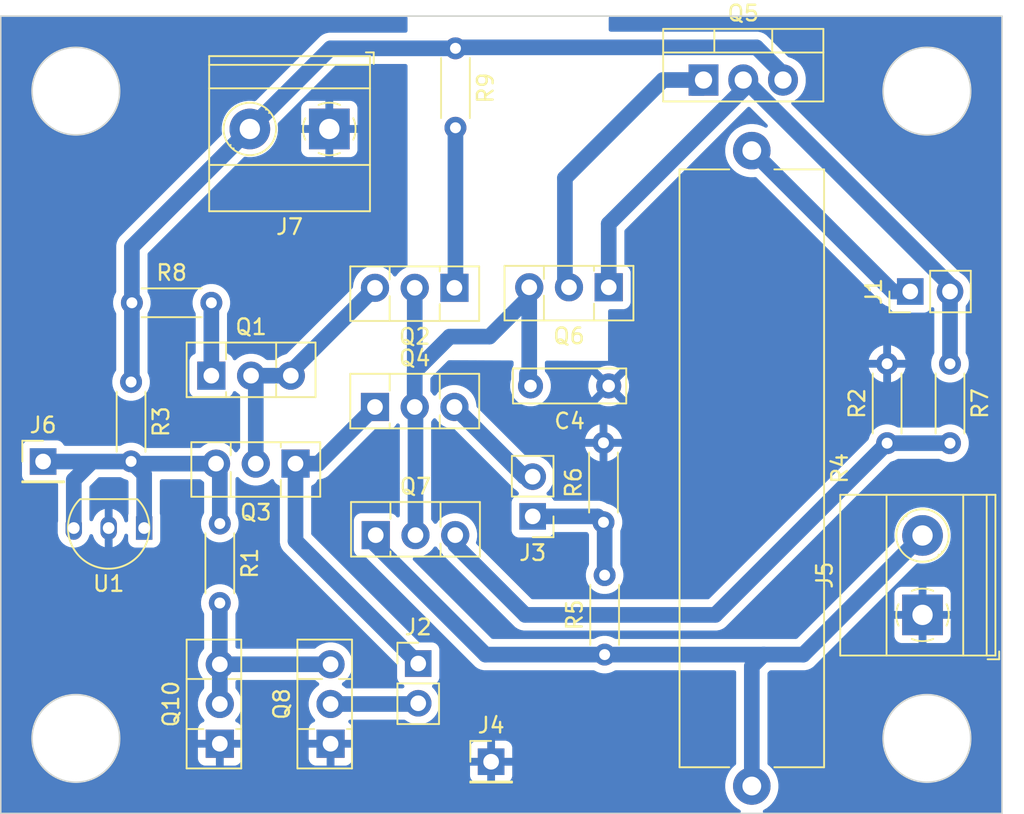
<source format=kicad_pcb>
(kicad_pcb (version 20241229) (generator "pcbnew") (generator_version "9.0")
  (layers (0 "F.Cu" signal) (2 "B.Cu" signal) (13 "F.Paste" user) (15 "B.Paste" user) (5 "F.SilkS" user "F.Silkscreen") (7 "B.SilkS" user "B.Silkscreen") (1 "F.Mask" user) (3 "B.Mask" user) (25 "Edge.Cuts" user))
  (net 0 "")
  (net 1 "Net-(Q2-E)")
  (net 2 "GND")
  (net 3 "Net-(J5-Pin_2)")
  (net 4 "Net-(J7-Pin_2)")
  (net 5 "Net-(J6-Pin_1)")
  (net 6 "Net-(J1-Pin_1)")
  (net 7 "Net-(Q1-B)")
  (net 8 "Net-(Q7-B)")
  (net 9 "Net-(Q10-B)")
  (net 10 "Net-(Q1-E)")
  (net 11 "Net-(Q2-C)")
  (net 12 "Net-(Q5-B)")
  (net 13 "Net-(J2-Pin_1)")
  (net 14 "Net-(J3-Pin_1)")
  (net 15 "Net-(J3-Pin_2)")
  (net 16 "Net-(J2-Pin_2)")
  (net 17 "Net-(J1-Pin_2)")
  (footprint "Package_TO_SOT_THT:TO-126-3_Vertical" (layer "F.Cu") (at 224.08 60.36 180)
    (property "Reference" "Q2" (at 2.54 -3.12 0) (layer "F.SilkS"))
    (property "Value" "BD140")
    (fp_line (start 6.66 -2.12) (end 6.66 1.37) (stroke (width 0.12)) (layer "F.SilkS"))
    (fp_line (start 4.141 0.54) (end 4.141 1.37) (stroke (width 0.12)) (layer "F.SilkS"))
    (fp_line (start 4.141 -2.12) (end 4.141 -0.54) (stroke (width 0.12)) (layer "F.SilkS"))
    (fp_line (start 0.94 1.05) (end 0.94 1.37) (stroke (width 0.12)) (layer "F.SilkS"))
    (fp_line (start 0.94 -2.12) (end 0.94 -1.05) (stroke (width 0.12)) (layer "F.SilkS"))
    (fp_line (start -1.58 1.37) (end 6.66 1.37) (stroke (width 0.12)) (layer "F.SilkS"))
    (fp_line (start -1.58 -2.12) (end 6.66 -2.12) (stroke (width 0.12)) (layer "F.SilkS"))
    (fp_line (start -1.58 -2.12) (end -1.58 1.37) (stroke (width 0.12)) (layer "F.SilkS"))
    (pad "1" thru_hole rect (at 0 0 180) (size 1.8 1.8) (drill 1) (layers "*.Cu" "*.Mask") (net 1 "Net-(Q2-E)"))
    (pad "2" thru_hole oval (at 2.54 0 180) (size 1.8 1.8) (drill 1) (layers "*.Cu" "*.Mask") (net 11 "Net-(Q2-C)"))
    (pad "3" thru_hole oval (at 5.08 0 180) (size 1.8 1.8) (drill 1) (layers "*.Cu" "*.Mask") (net 7 "Net-(Q1-B)"))
  )
  (footprint "Package_TO_SOT_THT:TO-126-3_Vertical" (layer "F.Cu") (at 216.16 89.52 90)
    (property "Reference" "Q8" (at 2.54 -3.12 90) (layer "F.SilkS"))
    (property "Value" "BD139")
    (fp_line (start 6.66 -2.12) (end 6.66 1.37) (stroke (width 0.12)) (layer "F.SilkS"))
    (fp_line (start 4.141 -2.12) (end 4.141 -0.54) (stroke (width 0.12)) (layer "F.SilkS"))
    (fp_line (start 0.94 -2.12) (end 0.94 -1.05) (stroke (width 0.12)) (layer "F.SilkS"))
    (fp_line (start -1.58 -2.12) (end 6.66 -2.12) (stroke (width 0.12)) (layer "F.SilkS"))
    (fp_line (start -1.58 -2.12) (end -1.58 1.37) (stroke (width 0.12)) (layer "F.SilkS"))
    (fp_line (start 4.141 0.54) (end 4.141 1.37) (stroke (width 0.12)) (layer "F.SilkS"))
    (fp_line (start 0.94 1.05) (end 0.94 1.37) (stroke (width 0.12)) (layer "F.SilkS"))
    (fp_line (start -1.58 1.37) (end 6.66 1.37) (stroke (width 0.12)) (layer "F.SilkS"))
    (pad "1" thru_hole rect (at 0 0 90) (size 1.8 1.8) (drill 1) (layers "*.Cu" "*.Mask") (net 2 "GND"))
    (pad "2" thru_hole oval (at 2.54 0 90) (size 1.8 1.8) (drill 1) (layers "*.Cu" "*.Mask") (net 16 "Net-(J2-Pin_2)"))
    (pad "3" thru_hole oval (at 5.08 0 90) (size 1.8 1.8) (drill 1) (layers "*.Cu" "*.Mask") (net 9 "Net-(Q10-B)"))
  )
  (footprint "Resistor_THT:R_Axial_DIN0204_L3.6mm_D1.6mm_P5.08mm_Horizontal" (layer "F.Cu") (at 203.46 61.316982)
    (property "Reference" "R8" (at 2.54 -1.92 0) (layer "F.SilkS"))
    (property "Value" "100")
    (fp_line (start 0.62 -0.92) (end 4.46 -0.92) (stroke (width 0.12)) (layer "F.SilkS"))
    (fp_line (start 0.62 0.92) (end 4.46 0.92) (stroke (width 0.12)) (layer "F.SilkS"))
    (pad "1" thru_hole circle (at 0 0) (size 1.4 1.4) (drill 0.7) (layers "*.Cu" "*.Mask") (net 4 "Net-(J7-Pin_2)"))
    (pad "2" thru_hole oval (at 5.08 0) (size 1.4 1.4) (drill 0.7) (layers "*.Cu" "*.Mask") (net 10 "Net-(Q1-E)"))
  )
  (footprint "TerminalBlock_Phoenix:TerminalBlock_Phoenix_MKDS-1,5-2-5.08_1x02_P5.08mm_Horizontal" (layer "F.Cu") (at 254 81.28 90)
    (property "Reference" "J5" (at 2.54 -6.26 90) (layer "F.SilkS"))
    (property "Value" "out")
    (fp_line (start 7.68 -5.261) (end 7.68 4.66) (stroke (width 0.12)) (layer "F.SilkS"))
    (fp_line (start -2.6 -5.261) (end 7.68 -5.261) (stroke (width 0.12)) (layer "F.SilkS"))
    (fp_line (start -2.6 -5.261) (end -2.6 4.66) (stroke (width 0.12)) (layer "F.SilkS"))
    (fp_line (start -2.6 -2.301) (end 7.68 -2.301) (stroke (width 0.12)) (layer "F.SilkS"))
    (fp_line (start 6.15 -1.275) (end 6.115 -1.239) (stroke (width 0.12)) (layer "F.SilkS"))
    (fp_line (start 6.355 -1.069) (end 6.308 -1.023) (stroke (width 0.12)) (layer "F.SilkS"))
    (fp_line (start 3.853 1.023) (end 3.806 1.069) (stroke (width 0.12)) (layer "F.SilkS"))
    (fp_line (start 4.046 1.239) (end 4.011 1.274) (stroke (width 0.12)) (layer "F.SilkS"))
    (fp_line (start -2.6 2.6) (end 7.68 2.6) (stroke (width 0.12)) (layer "F.SilkS"))
    (fp_line (start -2.6 4.1) (end 7.68 4.1) (stroke (width 0.12)) (layer "F.SilkS"))
    (fp_line (start -2.84 4.16) (end -2.84 4.9) (stroke (width 0.12)) (layer "F.SilkS"))
    (fp_line (start -2.6 4.66) (end 7.68 4.66) (stroke (width 0.12)) (layer "F.SilkS"))
    (fp_line (start -2.84 4.9) (end -2.34 4.9) (stroke (width 0.12)) (layer "F.SilkS"))
    (fp_arc (start -0.683042 -1.535427) (mid 0.000524 -1.680501) (end 0.684 -1.535) (stroke (width 0.12)) (layer "F.SilkS"))
    (fp_arc (start 1.535427 -0.683042) (mid 1.680501 0.000524) (end 1.535 0.684) (stroke (width 0.12)) (layer "F.SilkS"))
    (fp_arc (start -1.535427 0.683042) (mid -1.680501 -0.000524) (end -1.535 -0.684) (stroke (width 0.12)) (layer "F.SilkS"))
    (fp_arc (start 0.683318 1.534756) (mid 0.349292 1.643288) (end 0 1.68) (stroke (width 0.12)) (layer "F.SilkS"))
    (fp_arc (start 0.028805 1.680253) (mid -0.335551 1.646659) (end -0.684 1.535) (stroke (width 0.12)) (layer "F.SilkS"))
    (fp_circle (center 5.08 0) (end 6.76 0) (stroke (width 0.12)) (fill no) (layer "F.SilkS"))
    (pad "1" thru_hole rect (at 0 0 90) (size 2.6 2.6) (drill 1.3) (layers "*.Cu" "*.Mask") (net 2 "GND"))
    (pad "2" thru_hole circle (at 5.08 0 90) (size 2.6 2.6) (drill 1.3) (layers "*.Cu" "*.Mask") (net 3 "Net-(J5-Pin_2)"))
  )
  (footprint "Connector_PinHeader_2.54mm:PinHeader_1x02_P2.54mm_Vertical" (layer "F.Cu") (at 253.215157 60.597088 90)
    (property "Reference" "J1" (at 0 -2.33 90) (layer "F.SilkS"))
    (property "Value" "I1")
    (fp_line (start -1.33 -1.33) (end 0 -1.33) (stroke (width 0.12)) (layer "F.SilkS"))
    (fp_line (start -1.33 0) (end -1.33 -1.33) (stroke (width 0.12)) (layer "F.SilkS"))
    (fp_line (start 1.33 1.27) (end 1.33 3.87) (stroke (width 0.12)) (layer "F.SilkS"))
    (fp_line (start -1.33 1.27) (end 1.33 1.27) (stroke (width 0.12)) (layer "F.SilkS"))
    (fp_line (start -1.33 1.27) (end -1.33 3.87) (stroke (width 0.12)) (layer "F.SilkS"))
    (fp_line (start -1.33 3.87) (end 1.33 3.87) (stroke (width 0.12)) (layer "F.SilkS"))
    (pad "1" thru_hole rect (at 0 0 90) (size 1.7 1.7) (drill 1) (layers "*.Cu" "*.Mask") (net 6 "Net-(J1-Pin_1)"))
    (pad "2" thru_hole oval (at 0 2.54 90) (size 1.7 1.7) (drill 1) (layers "*.Cu" "*.Mask") (net 17 "Net-(J1-Pin_2)"))
  )
  (footprint "Resistor_THT:R_Axial_DIN0204_L3.6mm_D1.6mm_P5.08mm_Horizontal" (layer "F.Cu") (at 251.735881 70.297663 90)
    (property "Reference" "R2" (at 2.54 -1.92 90) (layer "F.SilkS"))
    (property "Value" "1k")
    (fp_line (start 0.62 -0.92) (end 4.46 -0.92) (stroke (width 0.12)) (layer "F.SilkS"))
    (fp_line (start 0.62 0.92) (end 4.46 0.92) (stroke (width 0.12)) (layer "F.SilkS"))
    (pad "1" thru_hole circle (at 0 0 90) (size 1.4 1.4) (drill 0.7) (layers "*.Cu" "*.Mask") (net 8 "Net-(Q7-B)"))
    (pad "2" thru_hole oval (at 5.08 0 90) (size 1.4 1.4) (drill 0.7) (layers "*.Cu" "*.Mask") (net 2 "GND"))
  )
  (footprint "Connector_PinHeader_2.54mm:PinHeader_1x02_P2.54mm_Vertical" (layer "F.Cu") (at 221.763496 84.392275)
    (property "Reference" "J2" (at 0 -2.33 0) (layer "F.SilkS"))
    (property "Value" "I2")
    (fp_line (start -1.33 -1.33) (end 0 -1.33) (stroke (width 0.12)) (layer "F.SilkS"))
    (fp_line (start -1.33 0) (end -1.33 -1.33) (stroke (width 0.12)) (layer "F.SilkS"))
    (fp_line (start -1.33 1.27) (end -1.33 3.87) (stroke (width 0.12)) (layer "F.SilkS"))
    (fp_line (start -1.33 1.27) (end 1.33 1.27) (stroke (width 0.12)) (layer "F.SilkS"))
    (fp_line (start -1.33 3.87) (end 1.33 3.87) (stroke (width 0.12)) (layer "F.SilkS"))
    (fp_line (start 1.33 1.27) (end 1.33 3.87) (stroke (width 0.12)) (layer "F.SilkS"))
    (pad "1" thru_hole rect (at 0 0) (size 1.7 1.7) (drill 1) (layers "*.Cu" "*.Mask") (net 13 "Net-(J2-Pin_1)"))
    (pad "2" thru_hole oval (at 0 2.54) (size 1.7 1.7) (drill 1) (layers "*.Cu" "*.Mask") (net 16 "Net-(J2-Pin_2)"))
  )
  (footprint "Resistor_THT:R_Axial_DIN0204_L3.6mm_D1.6mm_P5.08mm_Horizontal" (layer "F.Cu") (at 224.143694 45.042282 -90)
    (property "Reference" "R9" (at 2.54 -1.92 90) (layer "F.SilkS"))
    (property "Value" "100")
    (fp_line (start 0.62 0.92) (end 4.46 0.92) (stroke (width 0.12)) (layer "F.SilkS"))
    (fp_line (start 0.62 -0.92) (end 4.46 -0.92) (stroke (width 0.12)) (layer "F.SilkS"))
    (pad "1" thru_hole circle (at 0 0 270) (size 1.4 1.4) (drill 0.7) (layers "*.Cu" "*.Mask") (net 4 "Net-(J7-Pin_2)"))
    (pad "2" thru_hole oval (at 5.08 0 270) (size 1.4 1.4) (drill 0.7) (layers "*.Cu" "*.Mask") (net 1 "Net-(Q2-E)"))
  )
  (footprint "Resistor_THT:R_Axial_Power_L38.0mm_W9.0mm_P40.64mm" (layer "F.Cu") (at 243.087053 51.585035 -90)
    (property "Reference" "R4" (at 20.32 -5.62 270) (layer "F.SilkS"))
    (property "Value" "2")
    (fp_line (start 1.2 4.62) (end 39.44 4.62) (stroke (width 0.12)) (layer "F.SilkS"))
    (fp_line (start 39.44 4.62) (end 39.44 1.44) (stroke (width 0.12)) (layer "F.SilkS"))
    (fp_line (start 1.2 1.44) (end 1.2 4.62) (stroke (width 0.12)) (layer "F.SilkS"))
    (fp_line (start 1.2 -1.44) (end 1.2 -4.62) (stroke (width 0.12)) (layer "F.SilkS"))
    (fp_line (start 1.2 -4.62) (end 39.44 -4.62) (stroke (width 0.12)) (layer "F.SilkS"))
    (fp_line (start 39.44 -4.62) (end 39.44 -1.44) (stroke (width 0.12)) (layer "F.SilkS"))
    (pad "1" thru_hole circle (at 0 0 270) (size 2.4 2.4) (drill 1.2) (layers "*.Cu" "*.Mask") (net 6 "Net-(J1-Pin_1)"))
    (pad "2" thru_hole oval (at 40.64 0 270) (size 2.4 2.4) (drill 1.2) (layers "*.Cu" "*.Mask") (net 3 "Net-(J5-Pin_2)"))
  )
  (footprint "Package_TO_SOT_THT:TO-220-3_Vertical" (layer "F.Cu") (at 240 47.069233)
    (property "Reference" "Q5" (at 2.54 -4.27 0) (layer "F.SilkS"))
    (property "Value" "TIP42C")
    (fp_line (start -2.58 -3.27) (end -2.58 1.371) (stroke (width 0.12)) (layer "F.SilkS"))
    (fp_line (start -2.58 -3.27) (end 7.66 -3.27) (stroke (width 0.12)) (layer "F.SilkS"))
    (fp_line (start -2.58 -1.76) (end 7.66 -1.76) (stroke (width 0.12)) (layer "F.SilkS"))
    (fp_line (start -2.58 1.371) (end 7.66 1.371) (stroke (width 0.12)) (layer "F.SilkS"))
    (fp_line (start 0.69 -3.27) (end 0.69 -1.76) (stroke (width 0.12)) (layer "F.SilkS"))
    (fp_line (start 4.391 -3.27) (end 4.391 -1.76) (stroke (width 0.12)) (layer "F.SilkS"))
    (fp_line (start 7.66 -3.27) (end 7.66 1.371) (stroke (width 0.12)) (layer "F.SilkS"))
    (pad "1" thru_hole rect (at 0 0) (size 1.905 2) (drill 1.1) (layers "*.Cu" "*.Mask") (net 12 "Net-(Q5-B)"))
    (pad "2" thru_hole oval (at 2.54 0) (size 1.905 2) (drill 1.1) (layers "*.Cu" "*.Mask") (net 17 "Net-(J1-Pin_2)"))
    (pad "3" thru_hole oval (at 5.08 0) (size 1.905 2) (drill 1.1) (layers "*.Cu" "*.Mask") (net 4 "Net-(J7-Pin_2)"))
  )
  (footprint "Resistor_THT:R_Axial_DIN0204_L3.6mm_D1.6mm_P5.08mm_Horizontal" (layer "F.Cu") (at 255.755157 65.217663 -90)
    (property "Reference" "R7" (at 2.54 -1.92 90) (layer "F.SilkS"))
    (property "Value" "470")
    (fp_line (start 0.62 0.92) (end 4.46 0.92) (stroke (width 0.12)) (layer "F.SilkS"))
    (fp_line (start 0.62 -0.92) (end 4.46 -0.92) (stroke (width 0.12)) (layer "F.SilkS"))
    (pad "1" thru_hole circle (at 0 0 270) (size 1.4 1.4) (drill 0.7) (layers "*.Cu" "*.Mask") (net 17 "Net-(J1-Pin_2)"))
    (pad "2" thru_hole oval (at 5.08 0 270) (size 1.4 1.4) (drill 0.7) (layers "*.Cu" "*.Mask") (net 8 "Net-(Q7-B)"))
  )
  (footprint "Package_TO_SOT_THT:TO-126-3_Vertical" (layer "F.Cu") (at 208.54 65.98)
    (property "Reference" "Q1" (at 2.54 -3.12 0) (layer "F.SilkS"))
    (property "Value" "BD140")
    (fp_line (start -1.58 -2.12) (end -1.58 1.37) (stroke (width 0.12)) (layer "F.SilkS"))
    (fp_line (start -1.58 -2.12) (end 6.66 -2.12) (stroke (width 0.12)) (layer "F.SilkS"))
    (fp_line (start -1.58 1.37) (end 6.66 1.37) (stroke (width 0.12)) (layer "F.SilkS"))
    (fp_line (start 0.94 -2.12) (end 0.94 -1.05) (stroke (width 0.12)) (layer "F.SilkS"))
    (fp_line (start 0.94 1.05) (end 0.94 1.37) (stroke (width 0.12)) (layer "F.SilkS"))
    (fp_line (start 4.141 -2.12) (end 4.141 -0.54) (stroke (width 0.12)) (layer "F.SilkS"))
    (fp_line (start 4.141 0.54) (end 4.141 1.37) (stroke (width 0.12)) (layer "F.SilkS"))
    (fp_line (start 6.66 -2.12) (end 6.66 1.37) (stroke (width 0.12)) (layer "F.SilkS"))
    (pad "1" thru_hole rect (at 0 0) (size 1.8 1.8) (drill 1) (layers "*.Cu" "*.Mask") (net 10 "Net-(Q1-E)"))
    (pad "2" thru_hole oval (at 2.54 0) (size 1.8 1.8) (drill 1) (layers "*.Cu" "*.Mask") (net 7 "Net-(Q1-B)"))
    (pad "3" thru_hole oval (at 5.08 0) (size 1.8 1.8) (drill 1) (layers "*.Cu" "*.Mask") (net 7 "Net-(Q1-B)"))
  )
  (footprint "Connector_PinHeader_2.54mm:PinHeader_1x01_P2.54mm_Vertical" (layer "F.Cu") (at 197.785773 71.470433)
    (property "Reference" "J6" (at 0 -2.33 0) (layer "F.SilkS"))
    (property "Value" "V1")
    (fp_line (start -1.33 -1.33) (end 0 -1.33) (stroke (width 0.12)) (layer "F.SilkS"))
    (fp_line (start -1.33 0) (end -1.33 -1.33) (stroke (width 0.12)) (layer "F.SilkS"))
    (fp_line (start -1.33 1.27) (end -1.33 1.33) (stroke (width 0.12)) (layer "F.SilkS"))
    (fp_line (start -1.33 1.27) (end 1.33 1.27) (stroke (width 0.12)) (layer "F.SilkS"))
    (fp_line (start -1.33 1.33) (end 1.33 1.33) (stroke (width 0.12)) (layer "F.SilkS"))
    (fp_line (start 1.33 1.27) (end 1.33 1.33) (stroke (width 0.12)) (layer "F.SilkS"))
    (pad "1" thru_hole rect (at 0 0) (size 1.7 1.7) (drill 1) (layers "*.Cu" "*.Mask") (net 5 "Net-(J6-Pin_1)"))
  )
  (footprint "Capacitor_THT:C_Rect_L7.0mm_W2.0mm_P5.00mm" (layer "F.Cu") (at 233.94 66.637069 180)
    (property "Reference" "C4" (at 2.5 -2.25 180) (layer "F.SilkS"))
    (property "Value" "330n")
    (fp_line (start 6.12 -1.12) (end 6.12 1.12) (stroke (width 0.12)) (layer "F.SilkS"))
    (fp_line (start -1.12 1.12) (end 6.12 1.12) (stroke (width 0.12)) (layer "F.SilkS"))
    (fp_line (start -1.12 -1.12) (end 6.12 -1.12) (stroke (width 0.12)) (layer "F.SilkS"))
    (fp_line (start -1.12 -1.12) (end -1.12 1.12) (stroke (width 0.12)) (layer "F.SilkS"))
    (pad "1" thru_hole circle (at 0 0 180) (size 1.6 1.6) (drill 0.8) (layers "*.Cu" "*.Mask") (net 2 "GND"))
    (pad "2" thru_hole circle (at 5 0 180) (size 1.6 1.6) (drill 0.8) (layers "*.Cu" "*.Mask") (net 11 "Net-(Q2-C)"))
  )
  (footprint "TerminalBlock_Phoenix:TerminalBlock_Phoenix_MKDS-1,5-2-5.08_1x02_P5.08mm_Horizontal" (layer "F.Cu") (at 216.08 50.2 180)
    (property "Reference" "J7" (at 2.54 -6.26 0) (layer "F.SilkS"))
    (property "Value" "in")
    (fp_line (start 7.68 -5.261) (end 7.68 4.66) (stroke (width 0.12)) (layer "F.SilkS"))
    (fp_line (start 6.355 -1.069) (end 6.308 -1.023) (stroke (width 0.12)) (layer "F.SilkS"))
    (fp_line (start 6.15 -1.275) (end 6.115 -1.239) (stroke (width 0.12)) (layer "F.SilkS"))
    (fp_line (start 4.046 1.239) (end 4.011 1.274) (stroke (width 0.12)) (layer "F.SilkS"))
    (fp_line (start 3.853 1.023) (end 3.806 1.069) (stroke (width 0.12)) (layer "F.SilkS"))
    (fp_line (start -2.6 4.66) (end 7.68 4.66) (stroke (width 0.12)) (layer "F.SilkS"))
    (fp_line (start -2.6 4.1) (end 7.68 4.1) (stroke (width 0.12)) (layer "F.SilkS"))
    (fp_line (start -2.6 2.6) (end 7.68 2.6) (stroke (width 0.12)) (layer "F.SilkS"))
    (fp_line (start -2.6 -2.301) (end 7.68 -2.301) (stroke (width 0.12)) (layer "F.SilkS"))
    (fp_line (start -2.6 -5.261) (end 7.68 -5.261) (stroke (width 0.12)) (layer "F.SilkS"))
    (fp_line (start -2.6 -5.261) (end -2.6 4.66) (stroke (width 0.12)) (layer "F.SilkS"))
    (fp_line (start -2.84 4.9) (end -2.34 4.9) (stroke (width 0.12)) (layer "F.SilkS"))
    (fp_line (start -2.84 4.16) (end -2.84 4.9) (stroke (width 0.12)) (layer "F.SilkS"))
    (fp_arc (start 1.535427 -0.683042) (mid 1.680501 0.000524) (end 1.535 0.684) (stroke (width 0.12)) (layer "F.SilkS"))
    (fp_arc (start 0.683318 1.534756) (mid 0.349292 1.643288) (end 0 1.68) (stroke (width 0.12)) (layer "F.SilkS"))
    (fp_arc (start 0.028805 1.680253) (mid -0.335551 1.646659) (end -0.684 1.535) (stroke (width 0.12)) (layer "F.SilkS"))
    (fp_arc (start -0.683042 -1.535427) (mid 0.000524 -1.680501) (end 0.684 -1.535) (stroke (width 0.12)) (layer "F.SilkS"))
    (fp_arc (start -1.535427 0.683042) (mid -1.680501 -0.000524) (end -1.535 -0.684) (stroke (width 0.12)) (layer "F.SilkS"))
    (fp_circle (center 5.08 0) (end 6.76 0) (stroke (width 0.12)) (fill no) (layer "F.SilkS"))
    (pad "1" thru_hole rect (at 0 0 180) (size 2.6 2.6) (drill 1.3) (layers "*.Cu" "*.Mask") (net 2 "GND"))
    (pad "2" thru_hole circle (at 5.08 0 180) (size 2.6 2.6) (drill 1.3) (layers "*.Cu" "*.Mask") (net 4 "Net-(J7-Pin_2)"))
  )
  (footprint "Package_TO_SOT_THT:TO-126-3_Vertical" (layer "F.Cu") (at 213.92 71.605 180)
    (property "Reference" "Q3" (at 2.54 -3.12 0) (layer "F.SilkS"))
    (property "Value" "BD139")
    (fp_line (start 6.66 -2.12) (end 6.66 1.37) (stroke (width 0.12)) (layer "F.SilkS"))
    (fp_line (start 4.141 0.54) (end 4.141 1.37) (stroke (width 0.12)) (layer "F.SilkS"))
    (fp_line (start 4.141 -2.12) (end 4.141 -0.54) (stroke (width 0.12)) (layer "F.SilkS"))
    (fp_line (start 0.94 1.05) (end 0.94 1.37) (stroke (width 0.12)) (layer "F.SilkS"))
    (fp_line (start 0.94 -2.12) (end 0.94 -1.05) (stroke (width 0.12)) (layer "F.SilkS"))
    (fp_line (start -1.58 1.37) (end 6.66 1.37) (stroke (width 0.12)) (layer "F.SilkS"))
    (fp_line (start -1.58 -2.12) (end 6.66 -2.12) (stroke (width 0.12)) (layer "F.SilkS"))
    (fp_line (start -1.58 -2.12) (end -1.58 1.37) (stroke (width 0.12)) (layer "F.SilkS"))
    (pad "1" thru_hole rect (at 0 0 180) (size 1.8 1.8) (drill 1) (layers "*.Cu" "*.Mask") (net 13 "Net-(J2-Pin_1)"))
    (pad "2" thru_hole oval (at 2.54 0 180) (size 1.8 1.8) (drill 1) (layers "*.Cu" "*.Mask") (net 7 "Net-(Q1-B)"))
    (pad "3" thru_hole oval (at 5.08 0 180) (size 1.8 1.8) (drill 1) (layers "*.Cu" "*.Mask") (net 5 "Net-(J6-Pin_1)"))
  )
  (footprint "Resistor_THT:R_Axial_DIN0204_L3.6mm_D1.6mm_P5.08mm_Horizontal" (layer "F.Cu") (at 233.607008 75.354141 90)
    (property "Reference" "R6" (at 2.54 -1.92 90) (layer "F.SilkS"))
    (property "Value" "470")
    (fp_line (start 0.62 -0.92) (end 4.46 -0.92) (stroke (width 0.12)) (layer "F.SilkS"))
    (fp_line (start 0.62 0.92) (end 4.46 0.92) (stroke (width 0.12)) (layer "F.SilkS"))
    (pad "1" thru_hole circle (at 0 0 90) (size 1.4 1.4) (drill 0.7) (layers "*.Cu" "*.Mask") (net 14 "Net-(J3-Pin_1)"))
    (pad "2" thru_hole oval (at 5.08 0 90) (size 1.4 1.4) (drill 0.7) (layers "*.Cu" "*.Mask") (net 2 "GND"))
  )
  (footprint "Package_TO_SOT_THT:TO-126-3_Vertical" (layer "F.Cu") (at 209.08 89.52 90)
    (property "Reference" "Q10" (at 2.54 -3.12 90) (layer "F.SilkS"))
    (property "Value" "BD139")
    (fp_line (start 6.66 -2.12) (end 6.66 1.37) (stroke (width 0.12)) (layer "F.SilkS"))
    (fp_line (start 4.141 -2.12) (end 4.141 -0.54) (stroke (width 0.12)) (layer "F.SilkS"))
    (fp_line (start 0.94 -2.12) (end 0.94 -1.05) (stroke (width 0.12)) (layer "F.SilkS"))
    (fp_line (start -1.58 -2.12) (end 6.66 -2.12) (stroke (width 0.12)) (layer "F.SilkS"))
    (fp_line (start -1.58 -2.12) (end -1.58 1.37) (stroke (width 0.12)) (layer "F.SilkS"))
    (fp_line (start 4.141 0.54) (end 4.141 1.37) (stroke (width 0.12)) (layer "F.SilkS"))
    (fp_line (start 0.94 1.05) (end 0.94 1.37) (stroke (width 0.12)) (layer "F.SilkS"))
    (fp_line (start -1.58 1.37) (end 6.66 1.37) (stroke (width 0.12)) (layer "F.SilkS"))
    (pad "1" thru_hole rect (at 0 0 90) (size 1.8 1.8) (drill 1) (layers "*.Cu" "*.Mask") (net 2 "GND"))
    (pad "2" thru_hole oval (at 2.54 0 90) (size 1.8 1.8) (drill 1) (layers "*.Cu" "*.Mask") (net 9 "Net-(Q10-B)"))
    (pad "3" thru_hole oval (at 5.08 0 90) (size 1.8 1.8) (drill 1) (layers "*.Cu" "*.Mask") (net 9 "Net-(Q10-B)"))
  )
  (footprint "Connector_PinHeader_2.54mm:PinHeader_1x02_P2.54mm_Vertical" (layer "F.Cu") (at 229.08 74.98 180)
    (property "Reference" "J3" (at 0 -2.33 0) (layer "F.SilkS"))
    (property "Value" "I3")
    (fp_line (start 1.33 1.27) (end 1.33 3.87) (stroke (width 0.12)) (layer "F.SilkS"))
    (fp_line (start -1.33 3.87) (end 1.33 3.87) (stroke (width 0.12)) (layer "F.SilkS"))
    (fp_line (start -1.33 1.27) (end 1.33 1.27) (stroke (width 0.12)) (layer "F.SilkS"))
    (fp_line (start -1.33 1.27) (end -1.33 3.87) (stroke (width 0.12)) (layer "F.SilkS"))
    (fp_line (start -1.33 0) (end -1.33 -1.33) (stroke (width 0.12)) (layer "F.SilkS"))
    (fp_line (start -1.33 -1.33) (end 0 -1.33) (stroke (width 0.12)) (layer "F.SilkS"))
    (pad "1" thru_hole rect (at 0 0 180) (size 1.7 1.7) (drill 1) (layers "*.Cu" "*.Mask") (net 14 "Net-(J3-Pin_1)"))
    (pad "2" thru_hole oval (at 0 2.54 180) (size 1.7 1.7) (drill 1) (layers "*.Cu" "*.Mask") (net 15 "Net-(J3-Pin_2)"))
  )
  (footprint "Package_TO_SOT_THT:TO-126-3_Vertical" (layer "F.Cu") (at 233.94 60.326231 180)
    (property "Reference" "Q6" (at 2.54 -3.12 0) (layer "F.SilkS"))
    (property "Value" "BD139")
    (fp_line (start 6.66 -2.12) (end 6.66 1.37) (stroke (width 0.12)) (layer "F.SilkS"))
    (fp_line (start 4.141 0.54) (end 4.141 1.37) (stroke (width 0.12)) (layer "F.SilkS"))
    (fp_line (start 4.141 -2.12) (end 4.141 -0.54) (stroke (width 0.12)) (layer "F.SilkS"))
    (fp_line (start 0.94 1.05) (end 0.94 1.37) (stroke (width 0.12)) (layer "F.SilkS"))
    (fp_line (start 0.94 -2.12) (end 0.94 -1.05) (stroke (width 0.12)) (layer "F.SilkS"))
    (fp_line (start -1.58 1.37) (end 6.66 1.37) (stroke (width 0.12)) (layer "F.SilkS"))
    (fp_line (start -1.58 -2.12) (end 6.66 -2.12) (stroke (width 0.12)) (layer "F.SilkS"))
    (fp_line (start -1.58 -2.12) (end -1.58 1.37) (stroke (width 0.12)) (layer "F.SilkS"))
    (pad "1" thru_hole rect (at 0 0 180) (size 1.8 1.8) (drill 1) (layers "*.Cu" "*.Mask") (net 17 "Net-(J1-Pin_2)"))
    (pad "2" thru_hole oval (at 2.54 0 180) (size 1.8 1.8) (drill 1) (layers "*.Cu" "*.Mask") (net 12 "Net-(Q5-B)"))
    (pad "3" thru_hole oval (at 5.08 0 180) (size 1.8 1.8) (drill 1) (layers "*.Cu" "*.Mask") (net 11 "Net-(Q2-C)"))
  )
  (footprint "Package_TO_SOT_THT:TO-126-3_Vertical" (layer "F.Cu") (at 219 67.98)
    (property "Reference" "Q4" (at 2.54 -3.12 0) (layer "F.SilkS"))
    (property "Value" "BD139")
    (fp_line (start -1.58 -2.12) (end -1.58 1.37) (stroke (width 0.12)) (layer "F.SilkS"))
    (fp_line (start -1.58 -2.12) (end 6.66 -2.12) (stroke (width 0.12)) (layer "F.SilkS"))
    (fp_line (start -1.58 1.37) (end 6.66 1.37) (stroke (width 0.12)) (layer "F.SilkS"))
    (fp_line (start 0.94 -2.12) (end 0.94 -1.05) (stroke (width 0.12)) (layer "F.SilkS"))
    (fp_line (start 0.94 1.05) (end 0.94 1.37) (stroke (width 0.12)) (layer "F.SilkS"))
    (fp_line (start 4.141 -2.12) (end 4.141 -0.54) (stroke (width 0.12)) (layer "F.SilkS"))
    (fp_line (start 4.141 0.54) (end 4.141 1.37) (stroke (width 0.12)) (layer "F.SilkS"))
    (fp_line (start 6.66 -2.12) (end 6.66 1.37) (stroke (width 0.12)) (layer "F.SilkS"))
    (pad "1" thru_hole rect (at 0 0) (size 1.8 1.8) (drill 1) (layers "*.Cu" "*.Mask") (net 13 "Net-(J2-Pin_1)"))
    (pad "2" thru_hole oval (at 2.54 0) (size 1.8 1.8) (drill 1) (layers "*.Cu" "*.Mask") (net 11 "Net-(Q2-C)"))
    (pad "3" thru_hole oval (at 5.08 0) (size 1.8 1.8) (drill 1) (layers "*.Cu" "*.Mask") (net 15 "Net-(J3-Pin_2)"))
  )
  (footprint "Resistor_THT:R_Axial_DIN0204_L3.6mm_D1.6mm_P5.08mm_Horizontal" (layer "F.Cu") (at 209.08 75.44 -90)
    (property "Reference" "R1" (at 2.54 -1.92 90) (layer "F.SilkS"))
    (property "Value" "390")
    (fp_line (start 0.62 0.92) (end 4.46 0.92) (stroke (width 0.12)) (layer "F.SilkS"))
    (fp_line (start 0.62 -0.92) (end 4.46 -0.92) (stroke (width 0.12)) (layer "F.SilkS"))
    (pad "1" thru_hole circle (at 0 0 270) (size 1.4 1.4) (drill 0.7) (layers "*.Cu" "*.Mask") (net 5 "Net-(J6-Pin_1)"))
    (pad "2" thru_hole oval (at 5.08 0 270) (size 1.4 1.4) (drill 0.7) (layers "*.Cu" "*.Mask") (net 9 "Net-(Q10-B)"))
  )
  (footprint "Package_TO_SOT_THT:TO-92_Inline" (layer "F.Cu") (at 203.245684 75.725278 180)
    (property "Reference" "U1" (at 1.27 -3.56 0) (layer "F.SilkS"))
    (property "Value" "TL431LP")
    (fp_line (start -0.53 1.85) (end 3.07 1.85) (stroke (width 0.12)) (layer "F.SilkS"))
    (fp_arc (start 1.27 -2.6) (mid 3.672087 -0.994977) (end 3.108478 1.838478) (stroke (width 0.12)) (layer "F.SilkS"))
    (fp_arc (start -0.568478 1.838478) (mid -1.132087 -0.994977) (end 1.27 -2.6) (stroke (width 0.12)) (layer "F.SilkS"))
    (pad "1" thru_hole rect (at -1 0 180) (size 1.05 1.5) (drill 0.75) (layers "*.Cu" "*.Mask") (net 5 "Net-(J6-Pin_1)"))
    (pad "2" thru_hole oval (at 1.27 0 180) (size 1.05 1.5) (drill 0.75) (layers "*.Cu" "*.Mask") (net 2 "GND"))
    (pad "3" thru_hole oval (at 3.5 0 180) (size 1.05 1.5) (drill 0.75) (layers "*.Cu" "*.Mask") (net 5 "Net-(J6-Pin_1)"))
  )
  (footprint "Package_TO_SOT_THT:TO-126-3_Vertical" (layer "F.Cu") (at 219.048641 76.18)
    (property "Reference" "Q7" (at 2.54 -3.12 0) (layer "F.SilkS"))
    (property "Value" "BD139")
    (fp_line (start -1.58 -2.12) (end -1.58 1.37) (stroke (width 0.12)) (layer "F.SilkS"))
    (fp_line (start -1.58 -2.12) (end 6.66 -2.12) (stroke (width 0.12)) (layer "F.SilkS"))
    (fp_line (start -1.58 1.37) (end 6.66 1.37) (stroke (width 0.12)) (layer "F.SilkS"))
    (fp_line (start 0.94 -2.12) (end 0.94 -1.05) (stroke (width 0.12)) (layer "F.SilkS"))
    (fp_line (start 0.94 1.05) (end 0.94 1.37) (stroke (width 0.12)) (layer "F.SilkS"))
    (fp_line (start 4.141 -2.12) (end 4.141 -0.54) (stroke (width 0.12)) (layer "F.SilkS"))
    (fp_line (start 4.141 0.54) (end 4.141 1.37) (stroke (width 0.12)) (layer "F.SilkS"))
    (fp_line (start 6.66 -2.12) (end 6.66 1.37) (stroke (width 0.12)) (layer "F.SilkS"))
    (pad "1" thru_hole rect (at 0 0) (size 1.8 1.8) (drill 1) (layers "*.Cu" "*.Mask") (net 3 "Net-(J5-Pin_2)"))
    (pad "2" thru_hole oval (at 2.54 0) (size 1.8 1.8) (drill 1) (layers "*.Cu" "*.Mask") (net 11 "Net-(Q2-C)"))
    (pad "3" thru_hole oval (at 5.08 0) (size 1.8 1.8) (drill 1) (layers "*.Cu" "*.Mask") (net 8 "Net-(Q7-B)"))
  )
  (footprint "Resistor_THT:R_Axial_DIN0204_L3.6mm_D1.6mm_P5.08mm_Horizontal" (layer "F.Cu") (at 233.68 83.82 90)
    (property "Reference" "R5" (at 2.54 -1.92 90) (layer "F.SilkS"))
    (property "Value" "470")
    (fp_line (start 0.62 -0.92) (end 4.46 -0.92) (stroke (width 0.12)) (layer "F.SilkS"))
    (fp_line (start 0.62 0.92) (end 4.46 0.92) (stroke (width 0.12)) (layer "F.SilkS"))
    (pad "1" thru_hole circle (at 0 0 90) (size 1.4 1.4) (drill 0.7) (layers "*.Cu" "*.Mask") (net 3 "Net-(J5-Pin_2)"))
    (pad "2" thru_hole oval (at 5.08 0 90) (size 1.4 1.4) (drill 0.7) (layers "*.Cu" "*.Mask") (net 14 "Net-(J3-Pin_1)"))
  )
  (footprint "Resistor_THT:R_Axial_DIN0204_L3.6mm_D1.6mm_P5.08mm_Horizontal" (layer "F.Cu") (at 203.408244 66.383724 -90)
    (property "Reference" "R3" (at 2.54 -1.92 90) (layer "F.SilkS"))
    (property "Value" "470")
    (fp_line (start 0.62 0.92) (end 4.46 0.92) (stroke (width 0.12)) (layer "F.SilkS"))
    (fp_line (start 0.62 -0.92) (end 4.46 -0.92) (stroke (width 0.12)) (layer "F.SilkS"))
    (pad "1" thru_hole circle (at 0 0 270) (size 1.4 1.4) (drill 0.7) (layers "*.Cu" "*.Mask") (net 4 "Net-(J7-Pin_2)"))
    (pad "2" thru_hole oval (at 5.08 0 270) (size 1.4 1.4) (drill 0.7) (layers "*.Cu" "*.Mask") (net 5 "Net-(J6-Pin_1)"))
  )
  (footprint "Connector_PinHeader_2.54mm:PinHeader_1x01_P2.54mm_Vertical" (layer "F.Cu") (at 226.424118 90.672736)
    (property "Reference" "J4" (at 0 -2.33 0) (layer "F.SilkS"))
    (property "Value" "gnd")
    (fp_line (start -1.33 -1.33) (end 0 -1.33) (stroke (width 0.12)) (layer "F.SilkS"))
    (fp_line (start -1.33 0) (end -1.33 -1.33) (stroke (width 0.12)) (layer "F.SilkS"))
    (fp_line (start -1.33 1.27) (end -1.33 1.33) (stroke (width 0.12)) (layer "F.SilkS"))
    (fp_line (start -1.33 1.27) (end 1.33 1.27) (stroke (width 0.12)) (layer "F.SilkS"))
    (fp_line (start -1.33 1.33) (end 1.33 1.33) (stroke (width 0.12)) (layer "F.SilkS"))
    (fp_line (start 1.33 1.27) (end 1.33 1.33) (stroke (width 0.12)) (layer "F.SilkS"))
    (pad "1" thru_hole rect (at 0 0) (size 1.7 1.7) (drill 1) (layers "*.Cu" "*.Mask") (net 2 "GND"))
  )
  (gr_circle (center 254.28 89.18) (end 257.08 89.18) (stroke (width 0.1)) (fill no) (layer "Edge.Cuts"))
  (gr_circle (center 199.88 47.78) (end 202.68 47.78) (stroke (width 0.1)) (fill no) (layer "Edge.Cuts"))
  (gr_circle (center 199.88 89.18) (end 202.68 89.18) (stroke (width 0.1)) (fill no) (layer "Edge.Cuts"))
  (gr_rect (start 195.08 42.98) (end 259.08 93.98) (stroke (width 0.1)) (fill no) (layer "Edge.Cuts"))
  (gr_circle (center 254.28 47.78) (end 257.08 47.78) (stroke (width 0.1)) (fill no) (layer "Edge.Cuts"))
  (segment (start 224.143694 50.122282) (end 224.143694 60.296306) (width 1) (layer "B.Cu") (net 1))
  (segment (start 224.104854 60.335146) (end 224.08 60.36) (width 0.2) (layer "B.Cu") (net 1))
  (segment (start 224.143694 60.296306) (end 224.08 60.36) (width 1) (layer "B.Cu") (net 1))
  (segment (start 243.84 83.82) (end 246.38 83.82) (width 1) (layer "B.Cu") (net 3))
  (segment (start 233.68 83.82) (end 226.06 83.82) (width 1) (layer "B.Cu") (net 3))
  (segment (start 233.68 83.82) (end 243.84 83.82) (width 1) (layer "B.Cu") (net 3))
  (segment (start 246.38 83.82) (end 254 76.2) (width 1) (layer "B.Cu") (net 3))
  (segment (start 226.06 83.82) (end 219.048641 76.808641) (width 1) (layer "B.Cu") (net 3))
  (segment (start 219.048641 76.808641) (end 219.048641 76.18) (width 1) (layer "B.Cu") (net 3))
  (segment (start 243.087053 92.225035) (end 243.087053 84.572947) (width 1) (layer "B.Cu") (net 3))
  (segment (start 243.087053 84.572947) (end 243.84 83.82) (width 1) (layer "B.Cu") (net 3))
  (segment (start 224.143694 45.042282) (end 216.157718 45.042282) (width 1) (layer "B.Cu") (net 4))
  (segment (start 245.08 46.68) (end 243.38 44.98) (width 1) (layer "B.Cu") (net 4))
  (segment (start 203.46 57.74) (end 211 50.2) (width 1) (layer "B.Cu") (net 4))
  (segment (start 203.46 61.316982) (end 203.46 57.74) (width 1) (layer "B.Cu") (net 4))
  (segment (start 224.205976 44.98) (end 224.143694 45.042282) (width 1) (layer "B.Cu") (net 4))
  (segment (start 216.157718 45.042282) (end 211 50.2) (width 1) (layer "B.Cu") (net 4))
  (segment (start 203.46 61.316982) (end 203.46 66.331968) (width 1) (layer "B.Cu") (net 4))
  (segment (start 203.46 66.331968) (end 203.408244 66.383724) (width 0.2) (layer "B.Cu") (net 4))
  (segment (start 243.38 44.98) (end 224.205976 44.98) (width 1) (layer "B.Cu") (net 4))
  (segment (start 203.408244 71.463724) (end 203.401535 71.470433) (width 1) (layer "B.Cu") (net 5))
  (segment (start 200.92 71.470433) (end 197.785773 71.470433) (width 1) (layer "B.Cu") (net 5))
  (segment (start 204.245684 72.301164) (end 203.408244 71.463724) (width 1) (layer "B.Cu") (net 5))
  (segment (start 209.08 71.845) (end 208.84 71.605) (width 1) (layer "B.Cu") (net 5))
  (segment (start 199.745684 72.644749) (end 200.92 71.470433) (width 1) (layer "B.Cu") (net 5))
  (segment (start 203.46 71.51548) (end 203.408244 71.463724) (width 0.2) (layer "B.Cu") (net 5))
  (segment (start 203.206708 71.66526) (end 203.408244 71.463724) (width 0.2) (layer "B.Cu") (net 5))
  (segment (start 208.84 71.605) (end 203.54952 71.605) (width 1) (layer "B.Cu") (net 5))
  (segment (start 204.245684 75.725278) (end 204.245684 72.301164) (width 1) (layer "B.Cu") (net 5))
  (segment (start 200.705684 71.684749) (end 200.92 71.470433) (width 0.2) (layer "B.Cu") (net 5))
  (segment (start 209.08 75.44) (end 209.08 71.845) (width 1) (layer "B.Cu") (net 5))
  (segment (start 203.54952 71.605) (end 203.408244 71.463724) (width 1) (layer "B.Cu") (net 5))
  (segment (start 199.745684 75.725278) (end 199.745684 72.644749) (width 1) (layer "B.Cu") (net 5))
  (segment (start 203.401535 71.470433) (end 200.92 71.470433) (width 1) (layer "B.Cu") (net 5))
  (segment (start 253.215157 60.597088) (end 252.099106 60.597088) (width 1) (layer "B.Cu") (net 6))
  (segment (start 252.099106 60.597088) (end 243.087053 51.585035) (width 1) (layer "B.Cu") (net 6))
  (segment (start 211.38 71.605) (end 211.38 66.28) (width 1) (layer "B.Cu") (net 7))
  (segment (start 211.08 65.98) (end 213.62 65.98) (width 1) (layer "B.Cu") (net 7))
  (segment (start 213.62 65.98) (end 213.62 65.74) (width 1) (layer "B.Cu") (net 7))
  (segment (start 213.62 65.74) (end 219 60.36) (width 1) (layer "B.Cu") (net 7))
  (segment (start 211.38 66.28) (end 211.08 65.98) (width 0.2) (layer "B.Cu") (net 7))
  (segment (start 211.58 65.48) (end 211.08 65.98) (width 0.2) (layer "B.Cu") (net 7))
  (segment (start 251.735881 70.297663) (end 240.753544 81.28) (width 1) (layer "B.Cu") (net 8))
  (segment (start 228.6 81.28) (end 224.128641 76.808641) (width 1) (layer "B.Cu") (net 8))
  (segment (start 255.755157 70.297663) (end 251.735881 70.297663) (width 1) (layer "B.Cu") (net 8))
  (segment (start 224.128641 76.808641) (end 224.128641 76.18) (width 1) (layer "B.Cu") (net 8))
  (segment (start 240.753544 81.28) (end 228.6 81.28) (width 1) (layer "B.Cu") (net 8))
  (segment (start 209.08 84.44) (end 209.08 86.98) (width 1) (layer "B.Cu") (net 9))
  (segment (start 209.08 84.44) (end 209.08 80.52) (width 1) (layer "B.Cu") (net 9))
  (segment (start 216.08 84.44) (end 209.08 84.44) (width 1) (layer "B.Cu") (net 9))
  (segment (start 208.54 61.316982) (end 208.54 65.98) (width 1) (layer "B.Cu") (net 10))
  (segment (start 228.707326 66.637069) (end 228.86 66.484395) (width 0.2) (layer "B.Cu") (net 11))
  (segment (start 221.54 63.48) (end 221.54 60.36) (width 1) (layer "B.Cu") (net 11))
  (segment (start 228.86 60.326231) (end 228.826231 60.36) (width 0.2) (layer "B.Cu") (net 11))
  (segment (start 228.86 66.484395) (end 228.86 60.326231) (width 1) (layer "B.Cu") (net 11))
  (segment (start 226.32 63.48) (end 228.86 60.94) (width 1) (layer "B.Cu") (net 11))
  (segment (start 221.588641 68.028641) (end 221.588641 76.18) (width 1) (layer "B.Cu") (net 11))
  (segment (start 221.54 67.98) (end 221.54 63.48) (width 1) (layer "B.Cu") (net 11))
  (segment (start 228.895442 60.361673) (end 228.86 60.326231) (width 0.2) (layer "B.Cu") (net 11))
  (segment (start 228.707326 65.867326) (end 228.707326 66.637069) (width 1) (layer "B.Cu") (net 11))
  (segment (start 221.54 67.98) (end 221.588641 68.028641) (width 1) (layer "B.Cu") (net 11))
  (segment (start 221.54 65.72) (end 223.78 63.48) (width 1) (layer "B.Cu") (net 11))
  (segment (start 223.78 63.48) (end 226.32 63.48) (width 1) (layer "B.Cu") (net 11))
  (segment (start 221.54 67.98) (end 221.54 65.72) (width 1) (layer "B.Cu") (net 11))
  (segment (start 228.86 60.94) (end 228.86 60.326231) (width 1) (layer "B.Cu") (net 11))
  (segment (start 231.14 60.066231) (end 231.4 60.326231) (width 1) (layer "B.Cu") (net 12))
  (segment (start 240 47.069233) (end 237.410767 47.069233) (width 1) (layer "B.Cu") (net 12))
  (segment (start 240 47.98) (end 239.28 47.98) (width 0.2) (layer "B.Cu") (net 12))
  (segment (start 237.410767 47.069233) (end 231.14 53.34) (width 1) (layer "B.Cu") (net 12))
  (segment (start 231.14 53.34) (end 231.14 60.066231) (width 1) (layer "B.Cu") (net 12))
  (segment (start 221.763496 84.392275) (end 221.763496 84.323496) (width 0.2) (layer "B.Cu") (net 13))
  (segment (start 213.92 76.548779) (end 221.763496 84.392275) (width 1) (layer "B.Cu") (net 13))
  (segment (start 213.92 71.605) (end 215.375 71.605) (width 1) (layer "B.Cu") (net 13))
  (segment (start 213.92 71.605) (end 213.92 76.548779) (width 1) (layer "B.Cu") (net 13))
  (segment (start 215.375 71.605) (end 219 67.98) (width 1) (layer "B.Cu") (net 13))
  (segment (start 229.08 74.98) (end 233.232867 74.98) (width 1) (layer "B.Cu") (net 14))
  (segment (start 233.68 75.427133) (end 233.607008 75.354141) (width 1) (layer "B.Cu") (net 14))
  (segment (start 233.68 78.74) (end 233.68 75.427133) (width 1) (layer "B.Cu") (net 14))
  (segment (start 233.232867 74.98) (end 233.607008 75.354141) (width 1) (layer "B.Cu") (net 14))
  (segment (start 229.08 72.44) (end 228.54 72.44) (width 1) (layer "B.Cu") (net 15))
  (segment (start 228.54 72.44) (end 224.08 67.98) (width 1) (layer "B.Cu") (net 15))
  (segment (start 216.16 86.98) (end 221.715771 86.98) (width 1) (layer "B.Cu") (net 16))
  (segment (start 221.715771 86.98) (end 221.763496 86.932275) (width 0.2) (layer "B.Cu") (net 16))
  (segment (start 255.755157 65.217663) (end 255.755157 60.597088) (width 1) (layer "B.Cu") (net 17))
  (segment (start 242.54 47.668805) (end 233.94 56.268805) (width 1) (layer "B.Cu") (net 17))
  (segment (start 255.755157 60.175157) (end 242.649233 47.069233) (width 1) (layer "B.Cu") (net 17))
  (segment (start 242.649233 47.069233) (end 242.54 47.069233) (width 1) (layer "B.Cu") (net 17))
  (segment (start 255.755157 60.597088) (end 255.755157 60.175157) (width 1) (layer "B.Cu") (net 17))
  (segment (start 233.786243 60.172474) (end 233.94 60.326231) (width 1) (layer "B.Cu") (net 17))
  (segment (start 233.94 56.268805) (end 233.94 60.326231) (width 1) (layer "B.Cu") (net 17))
  (segment (start 242.54 47.069233) (end 242.54 47.668805) (width 1) (layer "B.Cu") (net 17))
  (zone (net 2) (net_name "GND") (layer "B.Cu") (connect_pads (clearance 0.5)) (min_thickness 0.25) (fill yes (thermal_gap 0.5) (thermal_bridge_width 0.5))
    (polygon (pts (xy 195.08 42.98) (xy 221.08 42.98) (xy 221.08 64.98) (xy 233.895442 65.032171) (xy 233.94 42.98) (xy 259.08 42.98) (xy 259.08 93.98) (xy 195.08 93.98)))
  )
)
</source>
